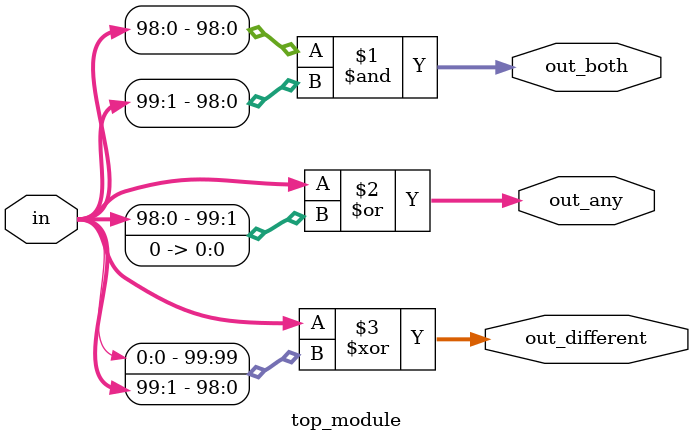
<source format=sv>
module top_module (
    input [99:0] in,
    output [98:0] out_both,
    output [99:0] out_any,
    output [99:0] out_different
);

    assign out_both = in[98:0] & in[99:1];
    assign out_any = in | {in[98:0], 1'b0};
    assign out_different = in ^ {in[0], in[99:1]};

endmodule

</source>
